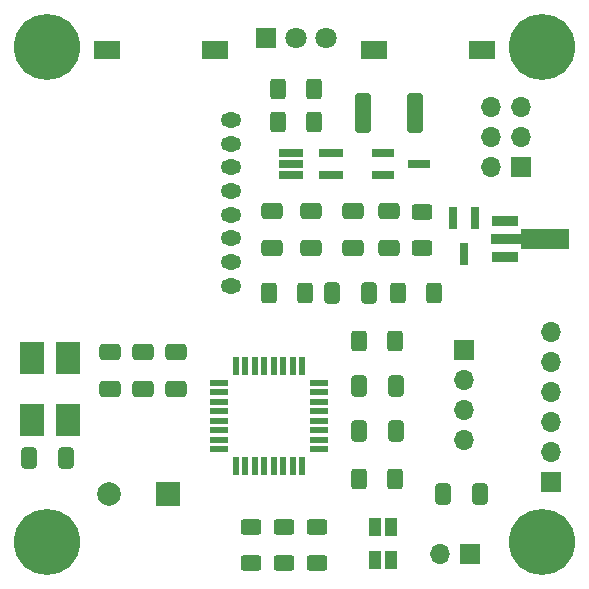
<source format=gbr>
%TF.GenerationSoftware,KiCad,Pcbnew,(6.0.7)*%
%TF.CreationDate,2023-04-08T23:37:57+02:00*%
%TF.ProjectId,hb-uni-644_328P_small,68622d75-6e69-42d3-9634-345f33323850,rev?*%
%TF.SameCoordinates,Original*%
%TF.FileFunction,Soldermask,Top*%
%TF.FilePolarity,Negative*%
%FSLAX46Y46*%
G04 Gerber Fmt 4.6, Leading zero omitted, Abs format (unit mm)*
G04 Created by KiCad (PCBNEW (6.0.7)) date 2023-04-08 23:37:57*
%MOMM*%
%LPD*%
G01*
G04 APERTURE LIST*
G04 Aperture macros list*
%AMRoundRect*
0 Rectangle with rounded corners*
0 $1 Rounding radius*
0 $2 $3 $4 $5 $6 $7 $8 $9 X,Y pos of 4 corners*
0 Add a 4 corners polygon primitive as box body*
4,1,4,$2,$3,$4,$5,$6,$7,$8,$9,$2,$3,0*
0 Add four circle primitives for the rounded corners*
1,1,$1+$1,$2,$3*
1,1,$1+$1,$4,$5*
1,1,$1+$1,$6,$7*
1,1,$1+$1,$8,$9*
0 Add four rect primitives between the rounded corners*
20,1,$1+$1,$2,$3,$4,$5,0*
20,1,$1+$1,$4,$5,$6,$7,0*
20,1,$1+$1,$6,$7,$8,$9,0*
20,1,$1+$1,$8,$9,$2,$3,0*%
%AMFreePoly0*
4,1,9,5.362500,-0.866500,1.237500,-0.866500,1.237500,-0.450000,-1.237500,-0.450000,-1.237500,0.450000,1.237500,0.450000,1.237500,0.866500,5.362500,0.866500,5.362500,-0.866500,5.362500,-0.866500,$1*%
G04 Aperture macros list end*
%ADD10C,5.600000*%
%ADD11R,1.700000X1.700000*%
%ADD12O,1.700000X1.700000*%
%ADD13RoundRect,0.250000X0.625000X-0.400000X0.625000X0.400000X-0.625000X0.400000X-0.625000X-0.400000X0*%
%ADD14R,1.000000X1.500000*%
%ADD15R,2.000000X0.650000*%
%ADD16RoundRect,0.250000X-0.412500X-0.650000X0.412500X-0.650000X0.412500X0.650000X-0.412500X0.650000X0*%
%ADD17RoundRect,0.250000X0.400000X0.625000X-0.400000X0.625000X-0.400000X-0.625000X0.400000X-0.625000X0*%
%ADD18RoundRect,0.250000X0.412500X0.650000X-0.412500X0.650000X-0.412500X-0.650000X0.412500X-0.650000X0*%
%ADD19RoundRect,0.250000X-0.650000X0.412500X-0.650000X-0.412500X0.650000X-0.412500X0.650000X0.412500X0*%
%ADD20O,1.750000X1.300000*%
%ADD21RoundRect,0.250000X0.650000X-0.412500X0.650000X0.412500X-0.650000X0.412500X-0.650000X-0.412500X0*%
%ADD22R,2.180000X1.600000*%
%ADD23RoundRect,0.250000X-0.400000X-0.625000X0.400000X-0.625000X0.400000X0.625000X-0.400000X0.625000X0*%
%ADD24R,2.000000X2.000000*%
%ADD25C,2.000000*%
%ADD26R,2.100000X2.700000*%
%ADD27R,2.300000X0.900000*%
%ADD28FreePoly0,0.000000*%
%ADD29R,1.900000X0.800000*%
%ADD30RoundRect,0.250000X-0.400000X-1.450000X0.400000X-1.450000X0.400000X1.450000X-0.400000X1.450000X0*%
%ADD31R,1.800000X1.800000*%
%ADD32C,1.800000*%
%ADD33R,0.800000X1.900000*%
%ADD34R,1.600000X0.550000*%
%ADD35R,0.550000X1.600000*%
G04 APERTURE END LIST*
D10*
%TO.C,REF6*%
X30988000Y-92964000D03*
%TD*%
D11*
%TO.C,J6*%
X66294000Y-76718000D03*
D12*
X66294000Y-79258000D03*
X66294000Y-81798000D03*
X66294000Y-84338000D03*
%TD*%
D13*
%TO.C,R3*%
X53848000Y-94768000D03*
X53848000Y-91668000D03*
%TD*%
D14*
%TO.C,J2*%
X60086000Y-94488000D03*
X58786000Y-94488000D03*
%TD*%
D15*
%TO.C,U3*%
X51630000Y-60010000D03*
X51630000Y-60960000D03*
X51630000Y-61910000D03*
X55050000Y-61910000D03*
X55050000Y-60010000D03*
%TD*%
D14*
%TO.C,J1*%
X60086000Y-91694000D03*
X58786000Y-91694000D03*
%TD*%
D13*
%TO.C,R6*%
X62738000Y-68098000D03*
X62738000Y-64998000D03*
%TD*%
D16*
%TO.C,C13*%
X64477500Y-88900000D03*
X67602500Y-88900000D03*
%TD*%
D10*
%TO.C,REF2*%
X30988000Y-51054000D03*
%TD*%
%TO.C,REF7*%
X72898000Y-92964000D03*
%TD*%
D17*
%TO.C,R4*%
X60478000Y-87630000D03*
X57378000Y-87630000D03*
%TD*%
D10*
%TO.C,REF4*%
X72898000Y-51054000D03*
%TD*%
D18*
%TO.C,C10*%
X60490500Y-79756000D03*
X57365500Y-79756000D03*
%TD*%
D11*
%TO.C,J3*%
X66807000Y-93980000D03*
D12*
X64267000Y-93980000D03*
%TD*%
D19*
%TO.C,C2*%
X41910000Y-76923500D03*
X41910000Y-80048500D03*
%TD*%
%TO.C,C6*%
X50038000Y-64985500D03*
X50038000Y-68110500D03*
%TD*%
D20*
%TO.C,U2*%
X46584000Y-71262000D03*
X46584000Y-69262000D03*
X46584000Y-67262000D03*
X46584000Y-65262000D03*
X46584000Y-63262000D03*
X46584000Y-61262000D03*
X46584000Y-59262000D03*
X46584000Y-57262000D03*
%TD*%
D21*
%TO.C,C9*%
X56896000Y-68110500D03*
X56896000Y-64985500D03*
%TD*%
D17*
%TO.C,R5*%
X60478000Y-75946000D03*
X57378000Y-75946000D03*
%TD*%
D22*
%TO.C,SW2*%
X36050000Y-51308000D03*
X45230000Y-51308000D03*
%TD*%
D13*
%TO.C,R9*%
X51054000Y-94768000D03*
X51054000Y-91668000D03*
%TD*%
D23*
%TO.C,R1*%
X50520000Y-54610000D03*
X53620000Y-54610000D03*
%TD*%
D24*
%TO.C,C12*%
X41229700Y-88900000D03*
D25*
X36229700Y-88900000D03*
%TD*%
D23*
%TO.C,F1*%
X60680000Y-71882000D03*
X63780000Y-71882000D03*
%TD*%
D26*
%TO.C,Y1*%
X29692000Y-77360000D03*
X29692000Y-82660000D03*
X32792000Y-82660000D03*
X32792000Y-77360000D03*
%TD*%
D19*
%TO.C,C8*%
X59944000Y-64985500D03*
X59944000Y-68110500D03*
%TD*%
D23*
%TO.C,R2*%
X50520000Y-57404000D03*
X53620000Y-57404000D03*
%TD*%
D19*
%TO.C,C1*%
X39116000Y-76923500D03*
X39116000Y-80048500D03*
%TD*%
%TO.C,C7*%
X53340000Y-64985500D03*
X53340000Y-68110500D03*
%TD*%
D27*
%TO.C,U4*%
X69732000Y-65810000D03*
D28*
X69819500Y-67310000D03*
D27*
X69732000Y-68810000D03*
%TD*%
D29*
%TO.C,Q1*%
X59460000Y-60010000D03*
X59460000Y-61910000D03*
X62460000Y-60960000D03*
%TD*%
D13*
%TO.C,R8*%
X48260000Y-94768000D03*
X48260000Y-91668000D03*
%TD*%
D17*
%TO.C,R7*%
X52858000Y-71882000D03*
X49758000Y-71882000D03*
%TD*%
D19*
%TO.C,C4*%
X36322000Y-76923500D03*
X36322000Y-80048500D03*
%TD*%
D30*
%TO.C,L1*%
X57719000Y-56642000D03*
X62169000Y-56642000D03*
%TD*%
D16*
%TO.C,C11*%
X55079500Y-71882000D03*
X58204500Y-71882000D03*
%TD*%
D11*
%TO.C,J5*%
X71125000Y-61199000D03*
D12*
X68585000Y-61199000D03*
X71125000Y-58659000D03*
X68585000Y-58659000D03*
X71125000Y-56119000D03*
X68585000Y-56119000D03*
%TD*%
D11*
%TO.C,J4*%
X73660000Y-87884000D03*
D12*
X73660000Y-85344000D03*
X73660000Y-82804000D03*
X73660000Y-80264000D03*
X73660000Y-77724000D03*
X73660000Y-75184000D03*
%TD*%
D31*
%TO.C,D1*%
X49520000Y-50292000D03*
D32*
X52060000Y-50292000D03*
X54600000Y-50292000D03*
%TD*%
D22*
%TO.C,SW1*%
X58656000Y-51308000D03*
X67836000Y-51308000D03*
%TD*%
D33*
%TO.C,Q2*%
X67244000Y-65556000D03*
X65344000Y-65556000D03*
X66294000Y-68556000D03*
%TD*%
D18*
%TO.C,C5*%
X60490500Y-83566000D03*
X57365500Y-83566000D03*
%TD*%
D16*
%TO.C,C3*%
X29425500Y-85852000D03*
X32550500Y-85852000D03*
%TD*%
D34*
%TO.C,U1*%
X45534000Y-79496000D03*
X45534000Y-80296000D03*
X45534000Y-81096000D03*
X45534000Y-81896000D03*
X45534000Y-82696000D03*
X45534000Y-83496000D03*
X45534000Y-84296000D03*
X45534000Y-85096000D03*
D35*
X46984000Y-86546000D03*
X47784000Y-86546000D03*
X48584000Y-86546000D03*
X49384000Y-86546000D03*
X50184000Y-86546000D03*
X50984000Y-86546000D03*
X51784000Y-86546000D03*
X52584000Y-86546000D03*
D34*
X54034000Y-85096000D03*
X54034000Y-84296000D03*
X54034000Y-83496000D03*
X54034000Y-82696000D03*
X54034000Y-81896000D03*
X54034000Y-81096000D03*
X54034000Y-80296000D03*
X54034000Y-79496000D03*
D35*
X52584000Y-78046000D03*
X51784000Y-78046000D03*
X50984000Y-78046000D03*
X50184000Y-78046000D03*
X49384000Y-78046000D03*
X48584000Y-78046000D03*
X47784000Y-78046000D03*
X46984000Y-78046000D03*
%TD*%
M02*

</source>
